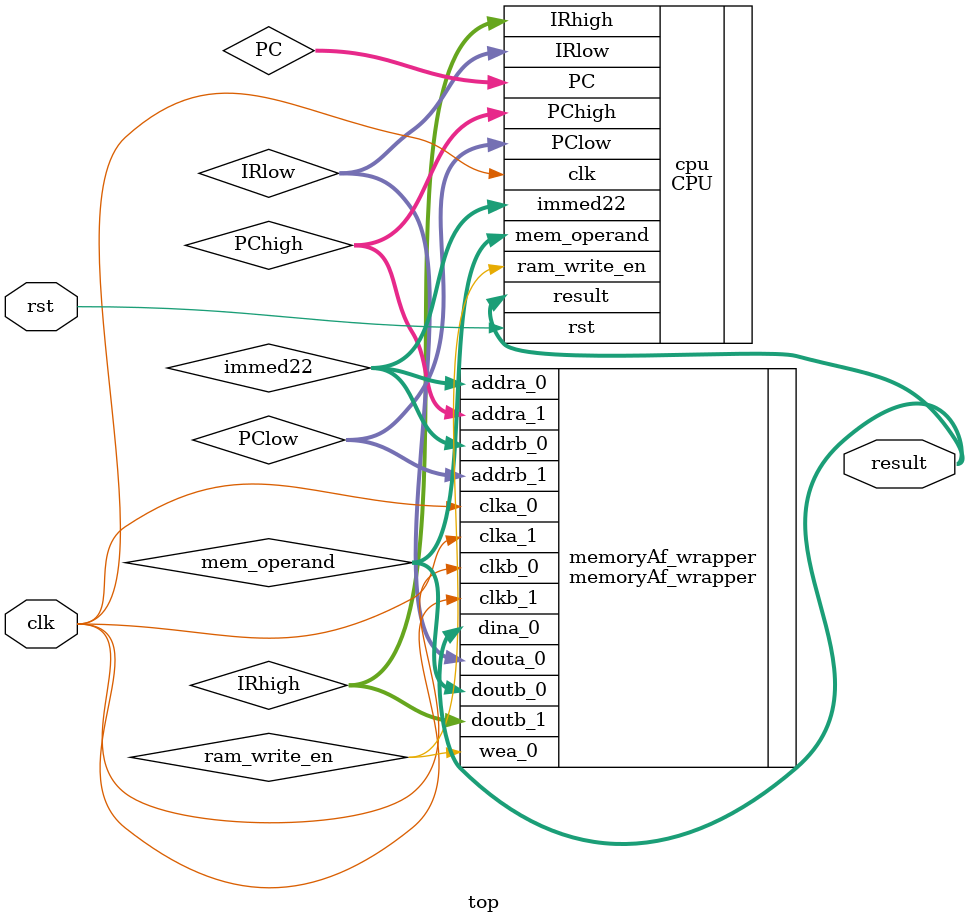
<source format=v>
`timescale 1ns / 1ps

module top(
        input clk,
        input rst,
        output [32:0]result
    );

    wire [31:0]code_output;        //memory
    wire [31:0]mem_operand;
    wire [21:0]immed22;
    wire [31:0]PC;
    wire [31:0]PChigh;
    wire [31:0]PClow;
    wire ram_write_en;
    wire code_en;
    wire [7:0]IRlow;
    wire [7:0]IRhigh;

    CPU cpu(
        .clk(clk),
        .rst(rst),
        .mem_operand(mem_operand),
        .IRhigh(IRhigh),
        .IRlow(IRlow),
        .immed22(immed22),
        .PC(PC),
        .PClow(PClow),
        .PChigh(PChigh),
        .ram_write_en(ram_write_en),
        .result(result)
        );
    
    memoryAf_wrapper memoryAf_wrapper(
        .addra_0(immed22),
        .addra_1(PChigh),
        .addrb_0(immed22),
        .addrb_1(PClow),
        .clka_0(clk),
        .clka_1(clk),
        .clkb_0(clk),
        .clkb_1(clk),
        .dina_0(result),
        .douta_0(IRlow),
        .doutb_0(mem_operand),
        .doutb_1(IRhigh),
        .wea_0(ram_write_en)
        );
        


 
endmodule

</source>
